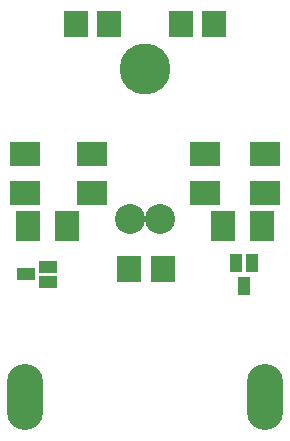
<source format=gts>
G04 (created by PCBNEW (2013-07-07 BZR 4022)-stable) date 23/08/2014 11:16:52*
%MOIN*%
G04 Gerber Fmt 3.4, Leading zero omitted, Abs format*
%FSLAX34Y34*%
G01*
G70*
G90*
G04 APERTURE LIST*
%ADD10C,0.00590551*%
%ADD11C,0.1*%
%ADD12O,0.12X0.22*%
%ADD13R,0.0594X0.0436*%
%ADD14R,0.0436X0.0594*%
%ADD15R,0.08X0.1*%
%ADD16R,0.1X0.08*%
%ADD17R,0.0829X0.0909*%
%ADD18C,0.17*%
G04 APERTURE END LIST*
G54D10*
G54D11*
X36000Y-36500D03*
X37000Y-36500D03*
G54D12*
X32500Y-42450D03*
X40500Y-42450D03*
G54D13*
X33274Y-38094D03*
X33274Y-38606D03*
X32526Y-38350D03*
G54D14*
X39544Y-37976D03*
X40056Y-37976D03*
X39800Y-38724D03*
G54D15*
X32600Y-36750D03*
X33900Y-36750D03*
X40400Y-36750D03*
X39100Y-36750D03*
G54D16*
X32500Y-34350D03*
X32500Y-35650D03*
X34750Y-34350D03*
X34750Y-35650D03*
X38500Y-34350D03*
X38500Y-35650D03*
X40500Y-34350D03*
X40500Y-35650D03*
G54D17*
X35981Y-38180D03*
X37099Y-38180D03*
G54D18*
X36500Y-31500D03*
G54D17*
X35309Y-30000D03*
X34191Y-30000D03*
X37691Y-30000D03*
X38809Y-30000D03*
M02*

</source>
